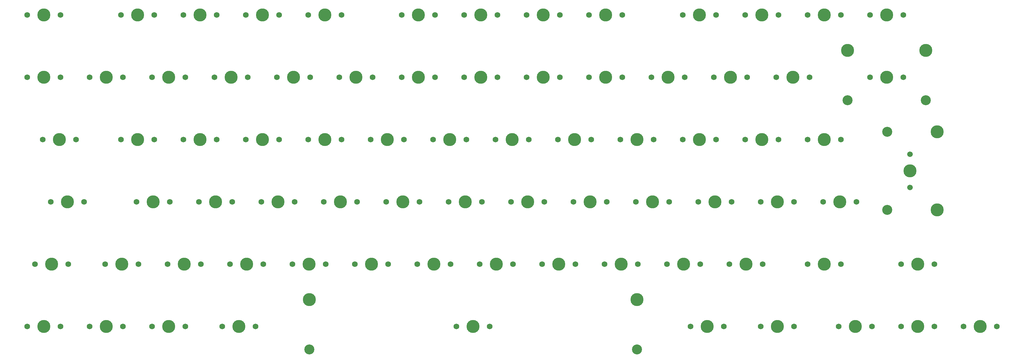
<source format=gbr>
%TF.GenerationSoftware,KiCad,Pcbnew,8.0.2-1*%
%TF.CreationDate,2024-08-02T01:43:11+02:00*%
%TF.ProjectId,keyboard,6b657962-6f61-4726-942e-6b696361645f,1.0*%
%TF.SameCoordinates,Original*%
%TF.FileFunction,NonPlated,1,2,NPTH,Drill*%
%TF.FilePolarity,Positive*%
%FSLAX46Y46*%
G04 Gerber Fmt 4.6, Leading zero omitted, Abs format (unit mm)*
G04 Created by KiCad (PCBNEW 8.0.2-1) date 2024-08-02 01:43:11*
%MOMM*%
%LPD*%
G01*
G04 APERTURE LIST*
%TA.AperFunction,ComponentDrill*%
%ADD10C,1.701800*%
%TD*%
%TA.AperFunction,ComponentDrill*%
%ADD11C,1.750000*%
%TD*%
%TA.AperFunction,ComponentDrill*%
%ADD12C,3.048000*%
%TD*%
%TA.AperFunction,ComponentDrill*%
%ADD13C,3.987800*%
%TD*%
G04 APERTURE END LIST*
D10*
%TO.C,K_SPACE54*%
X331721517Y-138645000D03*
X331721517Y-148805000D03*
D11*
%TO.C,K_SPACE0*%
X62322767Y-96100000D03*
%TO.C,K_SPACE14*%
X62322767Y-115150000D03*
%TO.C,K_SPACE69*%
X62322767Y-191350000D03*
%TO.C,K_SPACE55*%
X64704017Y-172300000D03*
%TO.C,K_SPACE28*%
X67085267Y-134200000D03*
%TO.C,K_SPACE41*%
X69466517Y-153250000D03*
%TO.C,K_SPACE0*%
X72482767Y-96100000D03*
%TO.C,K_SPACE14*%
X72482767Y-115150000D03*
%TO.C,K_SPACE69*%
X72482767Y-191350000D03*
%TO.C,K_SPACE55*%
X74864017Y-172300000D03*
%TO.C,K_SPACE28*%
X77245267Y-134200000D03*
%TO.C,K_SPACE41*%
X79626517Y-153250000D03*
%TO.C,K_SPACE15*%
X81372767Y-115150000D03*
%TO.C,K_SPACE70*%
X81372767Y-191350000D03*
%TO.C,K_SPACE56*%
X86135267Y-172300000D03*
%TO.C,K_SPACE1*%
X90897767Y-96100000D03*
%TO.C,K_SPACE29*%
X90897767Y-134200000D03*
%TO.C,K_SPACE15*%
X91532767Y-115150000D03*
%TO.C,K_SPACE70*%
X91532767Y-191350000D03*
%TO.C,K_SPACE42*%
X95660267Y-153250000D03*
%TO.C,K_SPACE56*%
X96295267Y-172300000D03*
%TO.C,K_SPACE16*%
X100422767Y-115150000D03*
%TO.C,K_SPACE71*%
X100422767Y-191350000D03*
%TO.C,K_SPACE1*%
X101057767Y-96100000D03*
%TO.C,K_SPACE29*%
X101057767Y-134200000D03*
%TO.C,K_SPACE57*%
X105185267Y-172300000D03*
%TO.C,K_SPACE42*%
X105820267Y-153250000D03*
%TO.C,K_SPACE2*%
X109947767Y-96100000D03*
%TO.C,K_SPACE30*%
X109947767Y-134200000D03*
%TO.C,K_SPACE16*%
X110582767Y-115150000D03*
%TO.C,K_SPACE71*%
X110582767Y-191350000D03*
%TO.C,K_SPACE43*%
X114710267Y-153250000D03*
%TO.C,K_SPACE57*%
X115345267Y-172300000D03*
%TO.C,K_SPACE17*%
X119472767Y-115150000D03*
%TO.C,K_SPACE2*%
X120107767Y-96100000D03*
%TO.C,K_SPACE30*%
X120107767Y-134200000D03*
%TO.C,K_SPACE72*%
X121854017Y-191350000D03*
%TO.C,K_SPACE58*%
X124235267Y-172300000D03*
%TO.C,K_SPACE43*%
X124870267Y-153250000D03*
%TO.C,K_SPACE3*%
X128997767Y-96100000D03*
%TO.C,K_SPACE31*%
X128997767Y-134200000D03*
%TO.C,K_SPACE17*%
X129632767Y-115150000D03*
%TO.C,K_SPACE72*%
X132014017Y-191350000D03*
%TO.C,K_SPACE44*%
X133760267Y-153250000D03*
%TO.C,K_SPACE58*%
X134395267Y-172300000D03*
%TO.C,K_SPACE18*%
X138522767Y-115150000D03*
%TO.C,K_SPACE3*%
X139157767Y-96100000D03*
%TO.C,K_SPACE31*%
X139157767Y-134200000D03*
%TO.C,K_SPACE59*%
X143285267Y-172300000D03*
%TO.C,K_SPACE44*%
X143920267Y-153250000D03*
%TO.C,K_SPACE4*%
X148047767Y-96100000D03*
%TO.C,K_SPACE32*%
X148047767Y-134200000D03*
%TO.C,K_SPACE18*%
X148682767Y-115150000D03*
%TO.C,K_SPACE45*%
X152810267Y-153250000D03*
%TO.C,K_SPACE59*%
X153445267Y-172300000D03*
%TO.C,K_SPACE19*%
X157572767Y-115150000D03*
%TO.C,K_SPACE4*%
X158207767Y-96100000D03*
%TO.C,K_SPACE32*%
X158207767Y-134200000D03*
%TO.C,K_SPACE60*%
X162335267Y-172300000D03*
%TO.C,K_SPACE45*%
X162970267Y-153250000D03*
%TO.C,K_SPACE33*%
X167097767Y-134200000D03*
%TO.C,K_SPACE19*%
X167732767Y-115150000D03*
%TO.C,K_SPACE46*%
X171860267Y-153250000D03*
%TO.C,K_SPACE60*%
X172495267Y-172300000D03*
%TO.C,K_SPACE5*%
X176622767Y-96100000D03*
%TO.C,K_SPACE20*%
X176622767Y-115150000D03*
%TO.C,K_SPACE33*%
X177257767Y-134200000D03*
%TO.C,K_SPACE61*%
X181385267Y-172300000D03*
%TO.C,K_SPACE46*%
X182020267Y-153250000D03*
%TO.C,K_SPACE34*%
X186147767Y-134200000D03*
%TO.C,K_SPACE5*%
X186782767Y-96100000D03*
%TO.C,K_SPACE20*%
X186782767Y-115150000D03*
%TO.C,K_SPACE47*%
X190910267Y-153250000D03*
%TO.C,K_SPACE61*%
X191545267Y-172300000D03*
%TO.C,K_SPACE73*%
X193291517Y-191350000D03*
%TO.C,K_SPACE6*%
X195672767Y-96100000D03*
%TO.C,K_SPACE21*%
X195672767Y-115150000D03*
%TO.C,K_SPACE34*%
X196307767Y-134200000D03*
%TO.C,K_SPACE62*%
X200435267Y-172300000D03*
%TO.C,K_SPACE47*%
X201070267Y-153250000D03*
%TO.C,K_SPACE73*%
X203451517Y-191350000D03*
%TO.C,K_SPACE35*%
X205197767Y-134200000D03*
%TO.C,K_SPACE6*%
X205832767Y-96100000D03*
%TO.C,K_SPACE21*%
X205832767Y-115150000D03*
%TO.C,K_SPACE48*%
X209960267Y-153250000D03*
%TO.C,K_SPACE62*%
X210595267Y-172300000D03*
%TO.C,K_SPACE7*%
X214710000Y-96100000D03*
%TO.C,K_SPACE22*%
X214722767Y-115150000D03*
%TO.C,K_SPACE35*%
X215357767Y-134200000D03*
%TO.C,K_SPACE63*%
X219485267Y-172300000D03*
%TO.C,K_SPACE48*%
X220120267Y-153250000D03*
%TO.C,K_SPACE36*%
X224247767Y-134200000D03*
%TO.C,K_SPACE7*%
X224870000Y-96100000D03*
%TO.C,K_SPACE22*%
X224882767Y-115150000D03*
%TO.C,K_SPACE49*%
X229010267Y-153250000D03*
%TO.C,K_SPACE63*%
X229645267Y-172300000D03*
%TO.C,K_SPACE8*%
X233772767Y-96100000D03*
%TO.C,K_SPACE23*%
X233772767Y-115150000D03*
%TO.C,K_SPACE36*%
X234407767Y-134200000D03*
%TO.C,K_SPACE64*%
X238535267Y-172300000D03*
%TO.C,K_SPACE49*%
X239170267Y-153250000D03*
%TO.C,K_SPACE37*%
X243297767Y-134200000D03*
%TO.C,K_SPACE8*%
X243932767Y-96100000D03*
%TO.C,K_SPACE23*%
X243932767Y-115150000D03*
%TO.C,K_SPACE50*%
X248060267Y-153250000D03*
%TO.C,K_SPACE64*%
X248695267Y-172300000D03*
%TO.C,K_SPACE24*%
X252822767Y-115150000D03*
%TO.C,K_SPACE37*%
X253457767Y-134200000D03*
%TO.C,K_SPACE65*%
X257585267Y-172300000D03*
%TO.C,K_SPACE50*%
X258220267Y-153250000D03*
%TO.C,K_SPACE9*%
X262347767Y-96100000D03*
%TO.C,K_SPACE38*%
X262347767Y-134200000D03*
%TO.C,K_SPACE24*%
X262982767Y-115150000D03*
%TO.C,K_SPACE74*%
X264729017Y-191350000D03*
%TO.C,K_SPACE51*%
X267110267Y-153250000D03*
%TO.C,K_SPACE65*%
X267745267Y-172300000D03*
%TO.C,K_SPACE25*%
X271872767Y-115150000D03*
%TO.C,K_SPACE9*%
X272507767Y-96100000D03*
%TO.C,K_SPACE38*%
X272507767Y-134200000D03*
%TO.C,K_SPACE74*%
X274889017Y-191350000D03*
%TO.C,K_SPACE66*%
X276635267Y-172300000D03*
%TO.C,K_SPACE51*%
X277270267Y-153250000D03*
%TO.C,K_SPACE10*%
X281397767Y-96100000D03*
%TO.C,K_SPACE39*%
X281397767Y-134200000D03*
%TO.C,K_SPACE25*%
X282032767Y-115150000D03*
%TO.C,K_SPACE52*%
X286160267Y-153250000D03*
%TO.C,K_SPACE75*%
X286160267Y-191350000D03*
%TO.C,K_SPACE66*%
X286795267Y-172300000D03*
%TO.C,K_SPACE26*%
X290922767Y-115150000D03*
%TO.C,K_SPACE10*%
X291557767Y-96100000D03*
%TO.C,K_SPACE39*%
X291557767Y-134200000D03*
%TO.C,K_SPACE52*%
X296320267Y-153250000D03*
%TO.C,K_SPACE75*%
X296320267Y-191350000D03*
%TO.C,K_SPACE11*%
X300447767Y-96100000D03*
%TO.C,K_SPACE40*%
X300447767Y-134200000D03*
%TO.C,K_SPACE67*%
X300447767Y-172300000D03*
%TO.C,K_SPACE26*%
X301082767Y-115150000D03*
%TO.C,K_SPACE53*%
X305210267Y-153250000D03*
%TO.C,K_SPACE76*%
X309972767Y-191350000D03*
%TO.C,K_SPACE11*%
X310607767Y-96100000D03*
%TO.C,K_SPACE40*%
X310607767Y-134200000D03*
%TO.C,K_SPACE67*%
X310607767Y-172300000D03*
%TO.C,K_SPACE53*%
X315370267Y-153250000D03*
%TO.C,K_SPACE12*%
X319497767Y-96100000D03*
%TO.C,K_SPACE27*%
X319497767Y-115150000D03*
%TO.C,K_SPACE76*%
X320132767Y-191350000D03*
%TO.C,K_SPACE68*%
X329022767Y-172300000D03*
%TO.C,K_SPACE77*%
X329022767Y-191350000D03*
%TO.C,K_SPACE12*%
X329657767Y-96100000D03*
%TO.C,K_SPACE27*%
X329657767Y-115150000D03*
%TO.C,K_SPACE68*%
X339182767Y-172300000D03*
%TO.C,K_SPACE77*%
X339182767Y-191350000D03*
%TO.C,K_SPACE78*%
X348072767Y-191350000D03*
X358232767Y-191350000D03*
D12*
%TO.C,K_SPACE73*%
X148371617Y-198335000D03*
X248371417Y-198335000D03*
%TO.C,K_SPACE27*%
X312639767Y-122135000D03*
%TO.C,K_SPACE54*%
X324736517Y-131787000D03*
X324736517Y-155663000D03*
%TO.C,K_SPACE27*%
X336515767Y-122135000D03*
D13*
%TO.C,K_SPACE0*%
X67402767Y-96100000D03*
%TO.C,K_SPACE14*%
X67402767Y-115150000D03*
%TO.C,K_SPACE69*%
X67402767Y-191350000D03*
%TO.C,K_SPACE55*%
X69784017Y-172300000D03*
%TO.C,K_SPACE28*%
X72165267Y-134200000D03*
%TO.C,K_SPACE41*%
X74546517Y-153250000D03*
%TO.C,K_SPACE15*%
X86452767Y-115150000D03*
%TO.C,K_SPACE70*%
X86452767Y-191350000D03*
%TO.C,K_SPACE56*%
X91215267Y-172300000D03*
%TO.C,K_SPACE1*%
X95977767Y-96100000D03*
%TO.C,K_SPACE29*%
X95977767Y-134200000D03*
%TO.C,K_SPACE42*%
X100740267Y-153250000D03*
%TO.C,K_SPACE16*%
X105502767Y-115150000D03*
%TO.C,K_SPACE71*%
X105502767Y-191350000D03*
%TO.C,K_SPACE57*%
X110265267Y-172300000D03*
%TO.C,K_SPACE2*%
X115027767Y-96100000D03*
%TO.C,K_SPACE30*%
X115027767Y-134200000D03*
%TO.C,K_SPACE43*%
X119790267Y-153250000D03*
%TO.C,K_SPACE17*%
X124552767Y-115150000D03*
%TO.C,K_SPACE72*%
X126934017Y-191350000D03*
%TO.C,K_SPACE58*%
X129315267Y-172300000D03*
%TO.C,K_SPACE3*%
X134077767Y-96100000D03*
%TO.C,K_SPACE31*%
X134077767Y-134200000D03*
%TO.C,K_SPACE44*%
X138840267Y-153250000D03*
%TO.C,K_SPACE18*%
X143602767Y-115150000D03*
%TO.C,K_SPACE59*%
X148365267Y-172300000D03*
%TO.C,K_SPACE73*%
X148371617Y-183095000D03*
%TO.C,K_SPACE4*%
X153127767Y-96100000D03*
%TO.C,K_SPACE32*%
X153127767Y-134200000D03*
%TO.C,K_SPACE45*%
X157890267Y-153250000D03*
%TO.C,K_SPACE19*%
X162652767Y-115150000D03*
%TO.C,K_SPACE60*%
X167415267Y-172300000D03*
%TO.C,K_SPACE33*%
X172177767Y-134200000D03*
%TO.C,K_SPACE46*%
X176940267Y-153250000D03*
%TO.C,K_SPACE5*%
X181702767Y-96100000D03*
%TO.C,K_SPACE20*%
X181702767Y-115150000D03*
%TO.C,K_SPACE61*%
X186465267Y-172300000D03*
%TO.C,K_SPACE34*%
X191227767Y-134200000D03*
%TO.C,K_SPACE47*%
X195990267Y-153250000D03*
%TO.C,K_SPACE73*%
X198371517Y-191350000D03*
%TO.C,K_SPACE6*%
X200752767Y-96100000D03*
%TO.C,K_SPACE21*%
X200752767Y-115150000D03*
%TO.C,K_SPACE62*%
X205515267Y-172300000D03*
%TO.C,K_SPACE35*%
X210277767Y-134200000D03*
%TO.C,K_SPACE48*%
X215040267Y-153250000D03*
%TO.C,K_SPACE7*%
X219790000Y-96100000D03*
%TO.C,K_SPACE22*%
X219802767Y-115150000D03*
%TO.C,K_SPACE63*%
X224565267Y-172300000D03*
%TO.C,K_SPACE36*%
X229327767Y-134200000D03*
%TO.C,K_SPACE49*%
X234090267Y-153250000D03*
%TO.C,K_SPACE8*%
X238852767Y-96100000D03*
%TO.C,K_SPACE23*%
X238852767Y-115150000D03*
%TO.C,K_SPACE64*%
X243615267Y-172300000D03*
%TO.C,K_SPACE73*%
X248371417Y-183095000D03*
%TO.C,K_SPACE37*%
X248377767Y-134200000D03*
%TO.C,K_SPACE50*%
X253140267Y-153250000D03*
%TO.C,K_SPACE24*%
X257902767Y-115150000D03*
%TO.C,K_SPACE65*%
X262665267Y-172300000D03*
%TO.C,K_SPACE9*%
X267427767Y-96100000D03*
%TO.C,K_SPACE38*%
X267427767Y-134200000D03*
%TO.C,K_SPACE74*%
X269809017Y-191350000D03*
%TO.C,K_SPACE51*%
X272190267Y-153250000D03*
%TO.C,K_SPACE25*%
X276952767Y-115150000D03*
%TO.C,K_SPACE66*%
X281715267Y-172300000D03*
%TO.C,K_SPACE10*%
X286477767Y-96100000D03*
%TO.C,K_SPACE39*%
X286477767Y-134200000D03*
%TO.C,K_SPACE52*%
X291240267Y-153250000D03*
%TO.C,K_SPACE75*%
X291240267Y-191350000D03*
%TO.C,K_SPACE26*%
X296002767Y-115150000D03*
%TO.C,K_SPACE11*%
X305527767Y-96100000D03*
%TO.C,K_SPACE40*%
X305527767Y-134200000D03*
%TO.C,K_SPACE67*%
X305527767Y-172300000D03*
%TO.C,K_SPACE53*%
X310290267Y-153250000D03*
%TO.C,K_SPACE27*%
X312639767Y-106895000D03*
%TO.C,K_SPACE76*%
X315052767Y-191350000D03*
%TO.C,K_SPACE12*%
X324577767Y-96100000D03*
%TO.C,K_SPACE27*%
X324577767Y-115150000D03*
%TO.C,K_SPACE54*%
X331721517Y-143725000D03*
%TO.C,K_SPACE68*%
X334102767Y-172300000D03*
%TO.C,K_SPACE77*%
X334102767Y-191350000D03*
%TO.C,K_SPACE27*%
X336515767Y-106895000D03*
%TO.C,K_SPACE54*%
X339976517Y-131787000D03*
X339976517Y-155663000D03*
%TO.C,K_SPACE78*%
X353152767Y-191350000D03*
M02*

</source>
